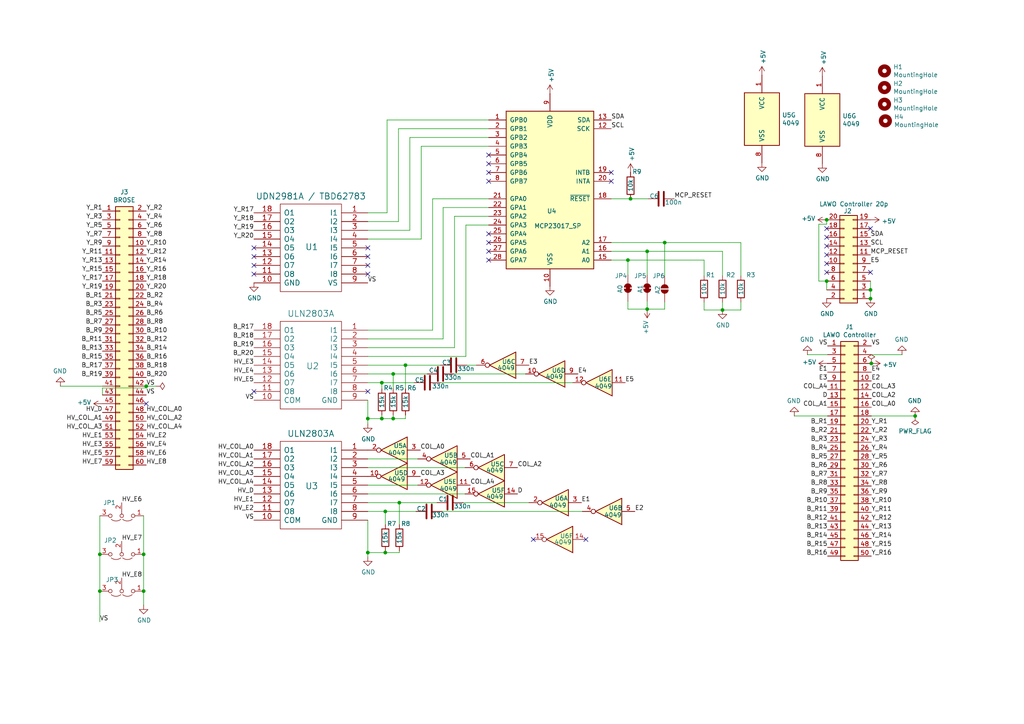
<source format=kicad_sch>
(kicad_sch (version 20250114) (generator "eeschema") (generator_version "9.0")
  (paper "A4")
  (lib_symbols
    (symbol "4xxx:4049" (pin_names (offset 1.016))
      (property "Reference" "U" (at 0 1.27 0))
      (property "Value" "4049" (at 0 -1.27 0))
      (symbol "4049_1_0"
        (pin input line (at -7.62 0 0) (length 3.81) (name "~") (number "3"))
        (pin output inverted (at 7.62 0 180) (length 3.81) (name "~") (number "2"))
      )
      (symbol "4049_2_0"
        (pin input line (at -7.62 0 0) (length 3.81) (name "~") (number "5"))
        (pin output inverted (at 7.62 0 180) (length 3.81) (name "~") (number "4"))
      )
      (symbol "4049_3_0"
        (pin input line (at -7.62 0 0) (length 3.81) (name "~") (number "7"))
        (pin output inverted (at 7.62 0 180) (length 3.81) (name "~") (number "6"))
      )
      (symbol "4049_4_0"
        (pin input line (at -7.62 0 0) (length 3.81) (name "~") (number "9"))
        (pin output inverted (at 7.62 0 180) (length 3.81) (name "~") (number "10"))
      )
      (symbol "4049_5_0"
        (pin input line (at -7.62 0 0) (length 3.81) (name "~") (number "11"))
        (pin output inverted (at 7.62 0 180) (length 3.81) (name "~") (number "12"))
      )
      (symbol "4049_6_0"
        (pin input line (at -7.62 0 0) (length 3.81) (name "~") (number "14"))
        (pin output inverted (at 7.62 0 180) (length 3.81) (name "~") (number "15"))
      )
      (symbol "4049_7_0"
        (pin power_in line (at 0 12.7 270) (length 5.08) (name "VCC") (number "1"))
        (pin power_in line (at 0 -12.7 90) (length 5.08) (name "VSS") (number "8"))
      )
    )
    (symbol "Connector_Generic:Conn_02x10_Odd_Even" (pin_names (offset 1.016) (hide yes))
      (property "Reference" "J" (at 1.27 12.7 0))
      (property "Value" "Conn_02x10_Odd_Even" (at 1.27 -15.24 0))
      (symbol "Conn_02x10_Odd_Even_1_1"
        (pin passive line (at -5.08 10.16 0) (length 3.81) (name "Pin_1") (number "1"))
        (pin passive line (at -5.08 7.62 0) (length 3.81) (name "Pin_3") (number "3"))
        (pin passive line (at -5.08 5.08 0) (length 3.81) (name "Pin_5") (number "5"))
        (pin passive line (at -5.08 2.54 0) (length 3.81) (name "Pin_7") (number "7"))
        (pin passive line (at -5.08 0 0) (length 3.81) (name "Pin_9") (number "9"))
        (pin passive line (at -5.08 -2.54 0) (length 3.81) (name "Pin_11") (number "11"))
        (pin passive line (at -5.08 -5.08 0) (length 3.81) (name "Pin_13") (number "13"))
        (pin passive line (at -5.08 -7.62 0) (length 3.81) (name "Pin_15") (number "15"))
        (pin passive line (at -5.08 -10.16 0) (length 3.81) (name "Pin_17") (number "17"))
        (pin passive line (at -5.08 -12.7 0) (length 3.81) (name "Pin_19") (number "19"))
        (pin passive line (at 7.62 10.16 180) (length 3.81) (name "Pin_2") (number "2"))
        (pin passive line (at 7.62 7.62 180) (length 3.81) (name "Pin_4") (number "4"))
        (pin passive line (at 7.62 5.08 180) (length 3.81) (name "Pin_6") (number "6"))
        (pin passive line (at 7.62 2.54 180) (length 3.81) (name "Pin_8") (number "8"))
        (pin passive line (at 7.62 0 180) (length 3.81) (name "Pin_10") (number "10"))
        (pin passive line (at 7.62 -2.54 180) (length 3.81) (name "Pin_12") (number "12"))
        (pin passive line (at 7.62 -5.08 180) (length 3.81) (name "Pin_14") (number "14"))
        (pin passive line (at 7.62 -7.62 180) (length 3.81) (name "Pin_16") (number "16"))
        (pin passive line (at 7.62 -10.16 180) (length 3.81) (name "Pin_18") (number "18"))
        (pin passive line (at 7.62 -12.7 180) (length 3.81) (name "Pin_20") (number "20"))
      )
    )
    (symbol "Connector_Generic:Conn_02x25_Odd_Even" (pin_names (offset 1.016) (hide yes))
      (property "Reference" "J" (at 1.27 33.02 0))
      (property "Value" "Conn_02x25_Odd_Even" (at 1.27 -33.02 0))
      (symbol "Conn_02x25_Odd_Even_1_1"
        (pin passive line (at -5.08 30.48 0) (length 3.81) (name "Pin_1") (number "1"))
        (pin passive line (at -5.08 27.94 0) (length 3.81) (name "Pin_3") (number "3"))
        (pin passive line (at -5.08 25.4 0) (length 3.81) (name "Pin_5") (number "5"))
        (pin passive line (at -5.08 22.86 0) (length 3.81) (name "Pin_7") (number "7"))
        (pin passive line (at -5.08 20.32 0) (length 3.81) (name "Pin_9") (number "9"))
        (pin passive line (at -5.08 17.78 0) (length 3.81) (name "Pin_11") (number "11"))
        (pin passive line (at -5.08 15.24 0) (length 3.81) (name "Pin_13") (number "13"))
        (pin passive line (at -5.08 12.7 0) (length 3.81) (name "Pin_15") (number "15"))
        (pin passive line (at -5.08 10.16 0) (length 3.81) (name "Pin_17") (number "17"))
        (pin passive line (at -5.08 7.62 0) (length 3.81) (name "Pin_19") (number "19"))
        (pin passive line (at -5.08 5.08 0) (length 3.81) (name "Pin_21") (number "21"))
        (pin passive line (at -5.08 2.54 0) (length 3.81) (name "Pin_23") (number "23"))
        (pin passive line (at -5.08 0 0) (length 3.81) (name "Pin_25") (number "25"))
        (pin passive line (at -5.08 -2.54 0) (length 3.81) (name "Pin_27") (number "27"))
        (pin passive line (at -5.08 -5.08 0) (length 3.81) (name "Pin_29") (number "29"))
        (pin passive line (at -5.08 -7.62 0) (length 3.81) (name "Pin_31") (number "31"))
        (pin passive line (at -5.08 -10.16 0) (length 3.81) (name "Pin_33") (number "33"))
        (pin passive line (at -5.08 -12.7 0) (length 3.81) (name "Pin_35") (number "35"))
        (pin passive line (at -5.08 -15.24 0) (length 3.81) (name "Pin_37") (number "37"))
        (pin passive line (at -5.08 -17.78 0) (length 3.81) (name "Pin_39") (number "39"))
        (pin passive line (at -5.08 -20.32 0) (length 3.81) (name "Pin_41") (number "41"))
        (pin passive line (at -5.08 -22.86 0) (length 3.81) (name "Pin_43") (number "43"))
        (pin passive line (at -5.08 -25.4 0) (length 3.81) (name "Pin_45") (number "45"))
        (pin passive line (at -5.08 -27.94 0) (length 3.81) (name "Pin_47") (number "47"))
        (pin passive line (at -5.08 -30.48 0) (length 3.81) (name "Pin_49") (number "49"))
        (pin passive line (at 7.62 30.48 180) (length 3.81) (name "Pin_2") (number "2"))
        (pin passive line (at 7.62 27.94 180) (length 3.81) (name "Pin_4") (number "4"))
        (pin passive line (at 7.62 25.4 180) (length 3.81) (name "Pin_6") (number "6"))
        (pin passive line (at 7.62 22.86 180) (length 3.81) (name "Pin_8") (number "8"))
        (pin passive line (at 7.62 20.32 180) (length 3.81) (name "Pin_10") (number "10"))
        (pin passive line (at 7.62 17.78 180) (length 3.81) (name "Pin_12") (number "12"))
        (pin passive line (at 7.62 15.24 180) (length 3.81) (name "Pin_14") (number "14"))
        (pin passive line (at 7.62 12.7 180) (length 3.81) (name "Pin_16") (number "16"))
        (pin passive line (at 7.62 10.16 180) (length 3.81) (name "Pin_18") (number "18"))
        (pin passive line (at 7.62 7.62 180) (length 3.81) (name "Pin_20") (number "20"))
        (pin passive line (at 7.62 5.08 180) (length 3.81) (name "Pin_22") (number "22"))
        (pin passive line (at 7.62 2.54 180) (length 3.81) (name "Pin_24") (number "24"))
        (pin passive line (at 7.62 0 180) (length 3.81) (name "Pin_26") (number "26"))
        (pin passive line (at 7.62 -2.54 180) (length 3.81) (name "Pin_28") (number "28"))
        (pin passive line (at 7.62 -5.08 180) (length 3.81) (name "Pin_30") (number "30"))
        (pin passive line (at 7.62 -7.62 180) (length 3.81) (name "Pin_32") (number "32"))
        (pin passive line (at 7.62 -10.16 180) (length 3.81) (name "Pin_34") (number "34"))
        (pin passive line (at 7.62 -12.7 180) (length 3.81) (name "Pin_36") (number "36"))
        (pin passive line (at 7.62 -15.24 180) (length 3.81) (name "Pin_38") (number "38"))
        (pin passive line (at 7.62 -17.78 180) (length 3.81) (name "Pin_40") (number "40"))
        (pin passive line (at 7.62 -20.32 180) (length 3.81) (name "Pin_42") (number "42"))
        (pin passive line (at 7.62 -22.86 180) (length 3.81) (name "Pin_44") (number "44"))
        (pin passive line (at 7.62 -25.4 180) (length 3.81) (name "Pin_46") (number "46"))
        (pin passive line (at 7.62 -27.94 180) (length 3.81) (name "Pin_48") (number "48"))
        (pin passive line (at 7.62 -30.48 180) (length 3.81) (name "Pin_50") (number "50"))
      )
    )
    (symbol "Connector_Generic:Conn_02x30_Odd_Even" (pin_names (offset 1.016) (hide yes))
      (property "Reference" "J" (at 1.27 38.1 0))
      (property "Value" "Conn_02x30_Odd_Even" (at 1.27 -40.64 0))
      (symbol "Conn_02x30_Odd_Even_1_1"
        (pin passive line (at -5.08 35.56 0) (length 3.81) (name "Pin_1") (number "1"))
        (pin passive line (at -5.08 33.02 0) (length 3.81) (name "Pin_3") (number "3"))
        (pin passive line (at -5.08 30.48 0) (length 3.81) (name "Pin_5") (number "5"))
        (pin passive line (at -5.08 27.94 0) (length 3.81) (name "Pin_7") (number "7"))
        (pin passive line (at -5.08 25.4 0) (length 3.81) (name "Pin_9") (number "9"))
        (pin passive line (at -5.08 22.86 0) (length 3.81) (name "Pin_11") (number "11"))
        (pin passive line (at -5.08 20.32 0) (length 3.81) (name "Pin_13") (number "13"))
        (pin passive line (at -5.08 17.78 0) (length 3.81) (name "Pin_15") (number "15"))
        (pin passive line (at -5.08 15.24 0) (length 3.81) (name "Pin_17") (number "17"))
        (pin passive line (at -5.08 12.7 0) (length 3.81) (name "Pin_19") (number "19"))
        (pin passive line (at -5.08 10.16 0) (length 3.81) (name "Pin_21") (number "21"))
        (pin passive line (at -5.08 7.62 0) (length 3.81) (name "Pin_23") (number "23"))
        (pin passive line (at -5.08 5.08 0) (length 3.81) (name "Pin_25") (number "25"))
        (pin passive line (at -5.08 2.54 0) (length 3.81) (name "Pin_27") (number "27"))
        (pin passive line (at -5.08 0 0) (length 3.81) (name "Pin_29") (number "29"))
        (pin passive line (at -5.08 -2.54 0) (length 3.81) (name "Pin_31") (number "31"))
        (pin passive line (at -5.08 -5.08 0) (length 3.81) (name "Pin_33") (number "33"))
        (pin passive line (at -5.08 -7.62 0) (length 3.81) (name "Pin_35") (number "35"))
        (pin passive line (at -5.08 -10.16 0) (length 3.81) (name "Pin_37") (number "37"))
        (pin passive line (at -5.08 -12.7 0) (length 3.81) (name "Pin_39") (number "39"))
        (pin passive line (at -5.08 -15.24 0) (length 3.81) (name "Pin_41") (number "41"))
        (pin passive line (at -5.08 -17.78 0) (length 3.81) (name "Pin_43") (number "43"))
        (pin passive line (at -5.08 -20.32 0) (length 3.81) (name "Pin_45") (number "45"))
        (pin passive line (at -5.08 -22.86 0) (length 3.81) (name "Pin_47") (number "47"))
        (pin passive line (at -5.08 -25.4 0) (length 3.81) (name "Pin_49") (number "49"))
        (pin passive line (at -5.08 -27.94 0) (length 3.81) (name "Pin_51") (number "51"))
        (pin passive line (at -5.08 -30.48 0) (length 3.81) (name "Pin_53") (number "53"))
        (pin passive line (at -5.08 -33.02 0) (length 3.81) (name "Pin_55") (number "55"))
        (pin passive line (at -5.08 -35.56 0) (length 3.81) (name "Pin_57") (number "57"))
        (pin passive line (at -5.08 -38.1 0) (length 3.81) (name "Pin_59") (number "59"))
        (pin passive line (at 7.62 35.56 180) (length 3.81) (name "Pin_2") (number "2"))
        (pin passive line (at 7.62 33.02 180) (length 3.81) (name "Pin_4") (number "4"))
        (pin passive line (at 7.62 30.48 180) (length 3.81) (name "Pin_6") (number "6"))
        (pin passive line (at 7.62 27.94 180) (length 3.81) (name "Pin_8") (number "8"))
        (pin passive line (at 7.62 25.4 180) (length 3.81) (name "Pin_10") (number "10"))
        (pin passive line (at 7.62 22.86 180) (length 3.81) (name "Pin_12") (number "12"))
        (pin passive line (at 7.62 20.32 180) (length 3.81) (name "Pin_14") (number "14"))
        (pin passive line (at 7.62 17.78 180) (length 3.81) (name "Pin_16") (number "16"))
        (pin passive line (at 7.62 15.24 180) (length 3.81) (name "Pin_18") (number "18"))
        (pin passive line (at 7.62 12.7 180) (length 3.81) (name "Pin_20") (number "20"))
        (pin passive line (at 7.62 10.16 180) (length 3.81) (name "Pin_22") (number "22"))
        (pin passive line (at 7.62 7.62 180) (length 3.81) (name "Pin_24") (number "24"))
        (pin passive line (at 7.62 5.08 180) (length 3.81) (name "Pin_26") (number "26"))
        (pin passive line (at 7.62 2.54 180) (length 3.81) (name "Pin_28") (number "28"))
        (pin passive line (at 7.62 0 180) (length 3.81) (name "Pin_30") (number "30"))
        (pin passive line (at 7.62 -2.54 180) (length 3.81) (name "Pin_32") (number "32"))
        (pin passive line (at 7.62 -5.08 180) (length 3.81) (name "Pin_34") (number "34"))
        (pin passive line (at 7.62 -7.62 180) (length 3.81) (name "Pin_36") (number "36"))
        (pin passive line (at 7.62 -10.16 180) (length 3.81) (name "Pin_38") (number "38"))
        (pin passive line (at 7.62 -12.7 180) (length 3.81) (name "Pin_40") (number "40"))
        (pin passive line (at 7.62 -15.24 180) (length 3.81) (name "Pin_42") (number "42"))
        (pin passive line (at 7.62 -17.78 180) (length 3.81) (name "Pin_44") (number "44"))
        (pin passive line (at 7.62 -20.32 180) (length 3.81) (name "Pin_46") (number "46"))
        (pin passive line (at 7.62 -22.86 180) (length 3.81) (name "Pin_48") (number "48"))
        (pin passive line (at 7.62 -25.4 180) (length 3.81) (name "Pin_50") (number "50"))
        (pin passive line (at 7.62 -27.94 180) (length 3.81) (name "Pin_52") (number "52"))
        (pin passive line (at 7.62 -30.48 180) (length 3.81) (name "Pin_54") (number "54"))
        (pin passive line (at 7.62 -33.02 180) (length 3.81) (name "Pin_56") (number "56"))
        (pin passive line (at 7.62 -35.56 180) (length 3.81) (name "Pin_58") (number "58"))
        (pin passive line (at 7.62 -38.1 180) (length 3.81) (name "Pin_60") (number "60"))
      )
    )
    (symbol "Device:C" (pin_numbers (hide yes)) (pin_names (offset 0.254))
      (property "Reference" "C" (at 0.635 2.54 0))
      (property "Value" "C" (at 0.635 -2.54 0))
      (symbol "C_1_1"
        (pin passive line (at 0 3.81 270) (length 2.794) (name "~") (number "1"))
        (pin passive line (at 0 -3.81 90) (length 2.794) (name "~") (number "2"))
      )
    )
    (symbol "Device:R" (pin_numbers (hide yes)) (pin_names (offset 0))
      (property "Reference" "R" (at 2.032 0 90))
      (property "Value" "R" (at 0 0 90))
      (symbol "R_1_1"
        (pin passive line (at 0 3.81 270) (length 1.27) (name "~") (number "1"))
        (pin passive line (at 0 -3.81 90) (length 1.27) (name "~") (number "2"))
      )
    )
    (symbol "Interface_Expansion:MCP23017_SP" (pin_names (offset 1.016))
      (property "Reference" "U" (at -11.43 24.13 0))
      (property "Value" "MCP23017_SP" (at 0 0 0))
      (symbol "MCP23017_SP_1_1"
        (pin bidirectional line (at -17.78 20.32 0) (length 5.08) (name "SDA") (number "13"))
        (pin input line (at -17.78 17.78 0) (length 5.08) (name "SCK") (number "12"))
        (pin tri_state line (at -17.78 5.08 0) (length 5.08) (name "INTB") (number "19"))
        (pin tri_state line (at -17.78 2.54 0) (length 5.08) (name "INTA") (number "20"))
        (pin input line (at -17.78 -2.54 0) (length 5.08) (name "~{RESET}") (number "18"))
        (pin input line (at -17.78 -15.24 0) (length 5.08) (name "A2") (number "17"))
        (pin input line (at -17.78 -17.78 0) (length 5.08) (name "A1") (number "16"))
        (pin input line (at -17.78 -20.32 0) (length 5.08) (name "A0") (number "15"))
        (pin no_connect line (at -12.7 15.24 0) (length 5.08) (hide yes) (name "NC") (number "11"))
        (pin no_connect line (at -12.7 12.7 0) (length 5.08) (hide yes) (name "NC") (number "14"))
        (pin power_in line (at 0 27.94 270) (length 5.08) (name "VDD") (number "9"))
        (pin power_in line (at 0 -27.94 90) (length 5.08) (name "VSS") (number "10"))
        (pin bidirectional line (at 17.78 20.32 180) (length 5.08) (name "GPB0") (number "1"))
        (pin bidirectional line (at 17.78 17.78 180) (length 5.08) (name "GPB1") (number "2"))
        (pin bidirectional line (at 17.78 15.24 180) (length 5.08) (name "GPB2") (number "3"))
        (pin bidirectional line (at 17.78 12.7 180) (length 5.08) (name "GPB3") (number "4"))
        (pin bidirectional line (at 17.78 10.16 180) (length 5.08) (name "GPB4") (number "5"))
        (pin bidirectional line (at 17.78 7.62 180) (length 5.08) (name "GPB5") (number "6"))
        (pin bidirectional line (at 17.78 5.08 180) (length 5.08) (name "GPB6") (number "7"))
        (pin output line (at 17.78 2.54 180) (length 5.08) (name "GPB7") (number "8"))
        (pin bidirectional line (at 17.78 -2.54 180) (length 5.08) (name "GPA0") (number "21"))
        (pin bidirectional line (at 17.78 -5.08 180) (length 5.08) (name "GPA1") (number "22"))
        (pin bidirectional line (at 17.78 -7.62 180) (length 5.08) (name "GPA2") (number "23"))
        (pin bidirectional line (at 17.78 -10.16 180) (length 5.08) (name "GPA3") (number "24"))
        (pin bidirectional line (at 17.78 -12.7 180) (length 5.08) (name "GPA4") (number "25"))
        (pin bidirectional line (at 17.78 -15.24 180) (length 5.08) (name "GPA5") (number "26"))
        (pin bidirectional line (at 17.78 -17.78 180) (length 5.08) (name "GPA6") (number "27"))
        (pin output line (at 17.78 -20.32 180) (length 5.08) (name "GPA7") (number "28"))
      )
    )
    (symbol "Jumper:Jumper_3_Open" (pin_names (offset 0) (hide yes)) (in_bom no)
      (property "Reference" "JP" (at -2.54 -2.54 0))
      (property "Value" "Jumper_3_Open" (at 0 2.794 0))
      (symbol "Jumper_3_Open_1_1"
        (pin passive line (at -6.35 0 0) (length 2.54) (name "A") (number "1"))
        (pin passive line (at 0 -3.81 90) (length 2.54) (name "C") (number "2"))
        (pin passive line (at 6.35 0 180) (length 2.54) (name "B") (number "3"))
      )
    )
    (symbol "Jumper:SolderJumper_2_Bridged" (pin_numbers (hide yes)) (pin_names (offset 0) (hide yes)) (in_bom no)
      (property "Reference" "JP" (at 0 2.032 0))
      (property "Value" "SolderJumper_2_Bridged" (at 0 -2.54 0))
      (symbol "SolderJumper_2_Bridged_1_1"
        (pin passive line (at -3.81 0 0) (length 2.54) (name "A") (number "1"))
        (pin passive line (at 3.81 0 180) (length 2.54) (name "B") (number "2"))
      )
    )
    (symbol "Jumper:SolderJumper_2_Open" (pin_numbers (hide yes)) (pin_names (offset 0) (hide yes)) (in_bom no)
      (property "Reference" "JP" (at 0 2.032 0))
      (property "Value" "SolderJumper_2_Open" (at 0 -2.54 0))
      (symbol "SolderJumper_2_Open_1_1"
        (pin passive line (at -3.81 0 0) (length 2.54) (name "A") (number "1"))
        (pin passive line (at 3.81 0 180) (length 2.54) (name "B") (number "2"))
      )
    )
    (symbol "LAWO_ESP32-rescue:GND" (power) (pin_names (offset 0))
      (property "Value" "GND" (at 0 -3.81 0))
      (symbol "GND_1_1"
        (pin power_in line (at 0 0 270) (length 0) (hide yes) (name "GND") (number "1"))
      )
    )
    (symbol "LAWO_ESP32-rescue:UDN2981A" (pin_names (offset 1.016))
      (property "Reference" "U" (at 0 9.525 0))
      (property "Value" "UDN2981A" (at 0 -2.54 90))
      (symbol "UDN2981A_1_1"
        (pin input line (at -16.51 10.16 0) (length 7.62) (name "I1") (number "1"))
        (pin input line (at -16.51 7.62 0) (length 7.62) (name "I2") (number "2"))
        (pin input line (at -16.51 5.08 0) (length 7.62) (name "I3") (number "3"))
        (pin input line (at -16.51 2.54 0) (length 7.62) (name "I4") (number "4"))
        (pin input line (at -16.51 0 0) (length 7.62) (name "I5") (number "5"))
        (pin input line (at -16.51 -2.54 0) (length 7.62) (name "I6") (number "6"))
        (pin input line (at -16.51 -5.08 0) (length 7.62) (name "I7") (number "7"))
        (pin input line (at -16.51 -7.62 0) (length 7.62) (name "I8") (number "8"))
        (pin power_in line (at -16.51 -10.16 0) (length 7.62) (name "VS") (number "9"))
        (pin open_collector line (at 16.51 10.16 180) (length 7.62) (name "O1") (number "18"))
        (pin open_collector line (at 16.51 7.62 180) (length 7.62) (name "O2") (number "17"))
        (pin open_collector line (at 16.51 5.08 180) (length 7.62) (name "O3") (number "16"))
        (pin open_collector line (at 16.51 2.54 180) (length 7.62) (name "O4") (number "15"))
        (pin open_collector line (at 16.51 0 180) (length 7.62) (name "O5") (number "14"))
        (pin open_collector line (at 16.51 -2.54 180) (length 7.62) (name "O6") (number "13"))
        (pin open_collector line (at 16.51 -5.08 180) (length 7.62) (name "O7") (number "12"))
        (pin open_collector line (at 16.51 -7.62 180) (length 7.62) (name "O8") (number "11"))
        (pin power_in line (at 16.51 -10.16 180) (length 7.62) (name "GND") (number "10"))
      )
    )
    (symbol "LAWO_ESP32-rescue:ULN2803A" (pin_names (offset 1.016))
      (property "Reference" "U" (at 0 9.525 0))
      (property "Value" "ULN2803A" (at 0 -2.54 90))
      (symbol "ULN2803A_1_1"
        (pin input line (at -16.51 10.16 0) (length 7.62) (name "I1") (number "1"))
        (pin input line (at -16.51 7.62 0) (length 7.62) (name "I2") (number "2"))
        (pin input line (at -16.51 5.08 0) (length 7.62) (name "I3") (number "3"))
        (pin input line (at -16.51 2.54 0) (length 7.62) (name "I4") (number "4"))
        (pin input line (at -16.51 0 0) (length 7.62) (name "I5") (number "5"))
        (pin input line (at -16.51 -2.54 0) (length 7.62) (name "I6") (number "6"))
        (pin input line (at -16.51 -5.08 0) (length 7.62) (name "I7") (number "7"))
        (pin input line (at -16.51 -7.62 0) (length 7.62) (name "I8") (number "8"))
        (pin power_in line (at -16.51 -10.16 0) (length 7.62) (name "GND") (number "9"))
        (pin open_collector line (at 16.51 10.16 180) (length 7.62) (name "O1") (number "18"))
        (pin open_collector line (at 16.51 7.62 180) (length 7.62) (name "O2") (number "17"))
        (pin open_collector line (at 16.51 5.08 180) (length 7.62) (name "O3") (number "16"))
        (pin open_collector line (at 16.51 2.54 180) (length 7.62) (name "O4") (number "15"))
        (pin open_collector line (at 16.51 0 180) (length 7.62) (name "O5") (number "14"))
        (pin open_collector line (at 16.51 -2.54 180) (length 7.62) (name "O6") (number "13"))
        (pin open_collector line (at 16.51 -5.08 180) (length 7.62) (name "O7") (number "12"))
        (pin open_collector line (at 16.51 -7.62 180) (length 7.62) (name "O8") (number "11"))
        (pin input line (at 16.51 -10.16 180) (length 7.62) (name "COM") (number "10"))
      )
    )
    (symbol "Mechanical:MountingHole" (pin_names (offset 1.016)) (in_bom no)
      (property "Reference" "H" (at 0 5.08 0))
      (property "Value" "MountingHole" (at 0 3.175 0))
    )
    (symbol "power:+5V" (power) (pin_numbers (hide yes)) (pin_names (offset 0) (hide yes))
      (property "Value" "+5V" (at 0 3.556 0))
      (symbol "+5V_1_1"
        (pin power_in line (at 0 0 90) (length 0) (name "~") (number "1"))
      )
    )
    (symbol "power:GND" (power) (pin_numbers (hide yes)) (pin_names (offset 0) (hide yes))
      (property "Value" "GND" (at 0 -3.81 0))
      (symbol "GND_1_1"
        (pin power_in line (at 0 0 270) (length 0) (name "~") (number "1"))
      )
    )
    (symbol "power:PWR_FLAG" (power) (pin_numbers (hide yes)) (pin_names (offset 0) (hide yes))
      (property "Value" "PWR_FLAG" (at 0 3.81 0))
      (symbol "PWR_FLAG_0_0"
        (pin power_out line (at 0 0 90) (length 0) (name "~") (number "1"))
      )
    )
  )
  (junction (at 110.744 110.998))
  (junction (at 111.76 148.336))
  (junction (at 110.744 121.412))
  (junction (at 41.656 160.782))
  (junction (at 192.786 70.358))
  (junction (at 28.956 160.782))
  (junction (at 182.118 75.438))
  (junction (at 106.68 160.274))
  (junction (at 265.43 120.65))
  (junction (at 114.046 108.458))
  (junction (at 111.76 160.274))
  (junction (at 209.55 89.916))
  (junction (at 106.68 121.412))
  (junction (at 41.656 171.45))
  (junction (at 187.706 89.662))
  (junction (at 115.824 145.796))
  (junction (at 252.476 84.074))
  (junction (at 28.956 171.45))
  (junction (at 187.706 72.898))
  (junction (at 117.602 105.918))
  (junction (at 114.046 121.412))
  (junction (at 239.776 81.534))
  (junction (at 239.776 63.754))
  (junction (at 182.88 57.658))
  (junction (at 252.73 105.41))
  (junction (at 42.418 112.014))
  (junction (at 252.476 86.614))
  (no_connect (at 239.776 76.454))
  (no_connect (at 141.732 67.818))
  (no_connect (at 239.776 71.374))
  (no_connect (at 141.732 50.038))
  (no_connect (at 106.68 71.882))
  (no_connect (at 73.66 74.422))
  (no_connect (at 141.732 52.578))
  (no_connect (at 141.732 75.438))
  (no_connect (at 239.776 73.914))
  (no_connect (at 106.68 74.422))
  (no_connect (at 239.776 68.834))
  (no_connect (at 42.418 117.094))
  (no_connect (at 73.66 76.962))
  (no_connect (at 106.68 76.962))
  (no_connect (at 106.68 79.502))
  (no_connect (at 73.66 79.502))
  (no_connect (at 169.926 156.464))
  (no_connect (at 154.686 156.464))
  (no_connect (at 141.732 70.358))
  (no_connect (at 73.66 113.538))
  (no_connect (at 73.66 71.882))
  (no_connect (at 177.292 52.578))
  (no_connect (at 252.476 78.994))
  (no_connect (at 141.732 47.498))
  (no_connect (at 252.476 66.294))
  (no_connect (at 141.732 72.898))
  (no_connect (at 239.776 66.294))
  (no_connect (at 239.776 78.994))
  (no_connect (at 177.292 50.038))
  (no_connect (at 141.732 44.958))
  (no_connect (at 106.68 113.538))
  (wire (pts (xy 141.732 39.878) (xy 118.872 39.878)))
  (wire (pts (xy 106.68 140.716) (xy 121.158 140.716)))
  (wire (pts (xy 252.476 84.074) (xy 252.476 86.614)))
  (wire (pts (xy 141.732 62.738) (xy 131.826 62.738)))
  (wire (pts (xy 106.68 108.458) (xy 114.046 108.458)))
  (wire (pts (xy 214.884 87.63) (xy 214.884 89.916)))
  (wire (pts (xy 106.68 110.998) (xy 110.744 110.998)))
  (wire (pts (xy 192.786 70.358) (xy 192.786 80.01)))
  (wire (pts (xy 106.68 105.918) (xy 117.602 105.918)))
  (wire (pts (xy 122.174 42.418) (xy 141.732 42.418)))
  (wire (pts (xy 106.68 150.876) (xy 106.68 160.274)))
  (wire (pts (xy 110.744 120.396) (xy 110.744 121.412)))
  (wire (pts (xy 237.49 81.534) (xy 237.49 65.024)))
  (wire (pts (xy 28.956 160.782) (xy 28.956 171.45)))
  (wire (pts (xy 29.718 114.554) (xy 29.718 112.522)))
  (wire (pts (xy 29.718 112.522) (xy 42.418 112.522)))
  (wire (pts (xy 114.046 120.396) (xy 114.046 121.412)))
  (wire (pts (xy 125.476 95.758) (xy 106.68 95.758)))
  (wire (pts (xy 28.956 171.45) (xy 28.956 180.34)))
  (wire (pts (xy 182.118 75.438) (xy 182.118 79.756)))
  (wire (pts (xy 41.656 171.45) (xy 41.656 175.514)))
  (wire (pts (xy 112.268 34.798) (xy 141.732 34.798)))
  (wire (pts (xy 106.68 121.412) (xy 106.68 122.936)))
  (wire (pts (xy 177.292 72.898) (xy 187.706 72.898)))
  (wire (pts (xy 110.744 121.412) (xy 106.68 121.412)))
  (wire (pts (xy 134.366 145.796) (xy 153.416 145.796)))
  (wire (pts (xy 252.73 102.87) (xy 261.62 102.87)))
  (wire (pts (xy 209.55 72.898) (xy 187.706 72.898)))
  (wire (pts (xy 131.826 62.738) (xy 131.826 100.838)))
  (wire (pts (xy 122.174 69.342) (xy 122.174 42.418)))
  (wire (pts (xy 118.872 66.802) (xy 106.68 66.802)))
  (wire (pts (xy 114.046 121.412) (xy 110.744 121.412)))
  (wire (pts (xy 128.524 60.198) (xy 141.732 60.198)))
  (wire (pts (xy 204.216 89.916) (xy 209.55 89.916)))
  (wire (pts (xy 128.27 148.336) (xy 168.91 148.336)))
  (wire (pts (xy 42.418 112.522) (xy 42.418 112.014)))
  (wire (pts (xy 177.292 70.358) (xy 192.786 70.358)))
  (wire (pts (xy 106.68 64.262) (xy 115.57 64.262)))
  (wire (pts (xy 45.212 112.014) (xy 42.418 112.014)))
  (wire (pts (xy 240.03 120.65) (xy 230.378 120.65)))
  (wire (pts (xy 135.128 65.278) (xy 141.732 65.278)))
  (wire (pts (xy 252.73 120.65) (xy 265.43 120.65)))
  (wire (pts (xy 106.68 116.078) (xy 106.68 121.412)))
  (wire (pts (xy 106.68 98.298) (xy 128.524 98.298)))
  (wire (pts (xy 177.292 75.438) (xy 182.118 75.438)))
  (wire (pts (xy 239.776 84.074) (xy 239.776 81.534)))
  (wire (pts (xy 237.49 65.024) (xy 239.776 65.024)))
  (wire (pts (xy 106.68 145.796) (xy 115.824 145.796)))
  (wire (pts (xy 192.786 89.662) (xy 187.706 89.662)))
  (wire (pts (xy 106.68 61.722) (xy 112.268 61.722)))
  (wire (pts (xy 135.382 105.918) (xy 138.176 105.918)))
  (wire (pts (xy 214.884 80.01) (xy 214.884 70.358)))
  (wire (pts (xy 112.268 61.722) (xy 112.268 34.798)))
  (wire (pts (xy 131.572 108.458) (xy 152.4 108.458)))
  (wire (pts (xy 106.68 143.256) (xy 134.874 143.256)))
  (wire (pts (xy 115.824 159.766) (xy 115.824 160.274)))
  (wire (pts (xy 239.776 65.024) (xy 239.776 63.754)))
  (wire (pts (xy 182.118 89.662) (xy 187.706 89.662)))
  (wire (pts (xy 214.884 70.358) (xy 192.786 70.358)))
  (wire (pts (xy 115.57 64.262) (xy 115.57 37.338)))
  (wire (pts (xy 115.57 37.338) (xy 141.732 37.338)))
  (wire (pts (xy 28.956 149.606) (xy 28.956 160.782)))
  (wire (pts (xy 110.744 110.998) (xy 110.744 112.776)))
  (wire (pts (xy 17.526 112.014) (xy 29.718 112.014)))
  (wire (pts (xy 234.188 102.87) (xy 240.03 102.87)))
  (wire (pts (xy 125.476 57.658) (xy 125.476 95.758)))
  (wire (pts (xy 118.872 39.878) (xy 118.872 66.802)))
  (wire (pts (xy 204.216 80.01) (xy 204.216 75.438)))
  (wire (pts (xy 115.824 145.796) (xy 126.746 145.796)))
  (wire (pts (xy 239.776 81.534) (xy 237.49 81.534)))
  (wire (pts (xy 41.656 149.606) (xy 41.656 160.782)))
  (wire (pts (xy 182.118 87.376) (xy 182.118 89.662)))
  (wire (pts (xy 131.826 100.838) (xy 106.68 100.838)))
  (wire (pts (xy 204.216 87.63) (xy 204.216 89.916)))
  (wire (pts (xy 117.602 120.396) (xy 117.602 121.412)))
  (wire (pts (xy 123.952 108.458) (xy 114.046 108.458)))
  (wire (pts (xy 204.216 75.438) (xy 182.118 75.438)))
  (wire (pts (xy 187.706 89.662) (xy 187.706 87.376)))
  (wire (pts (xy 115.824 160.274) (xy 111.76 160.274)))
  (wire (pts (xy 106.68 135.636) (xy 134.874 135.636)))
  (wire (pts (xy 209.55 89.916) (xy 209.55 87.63)))
  (wire (pts (xy 106.68 69.342) (xy 122.174 69.342)))
  (wire (pts (xy 106.68 148.336) (xy 111.76 148.336)))
  (wire (pts (xy 111.76 148.336) (xy 111.76 152.146)))
  (wire (pts (xy 106.68 160.274) (xy 106.68 161.544)))
  (wire (pts (xy 209.55 80.01) (xy 209.55 72.898)))
  (wire (pts (xy 192.786 87.63) (xy 192.786 89.662)))
  (wire (pts (xy 117.602 105.918) (xy 117.602 112.776)))
  (wire (pts (xy 115.824 145.796) (xy 115.824 152.146)))
  (wire (pts (xy 41.656 160.782) (xy 41.656 171.45)))
  (wire (pts (xy 111.76 159.766) (xy 111.76 160.274)))
  (wire (pts (xy 127.762 110.998) (xy 166.116 110.998)))
  (wire (pts (xy 106.68 133.096) (xy 121.158 133.096)))
  (wire (pts (xy 128.524 98.298) (xy 128.524 60.198)))
  (wire (pts (xy 114.046 108.458) (xy 114.046 112.776)))
  (wire (pts (xy 110.744 110.998) (xy 120.142 110.998)))
  (wire (pts (xy 106.68 103.378) (xy 135.128 103.378)))
  (wire (pts (xy 135.128 103.378) (xy 135.128 65.278)))
  (wire (pts (xy 127.762 105.918) (xy 117.602 105.918)))
  (wire (pts (xy 117.602 121.412) (xy 114.046 121.412)))
  (wire (pts (xy 214.884 89.916) (xy 209.55 89.916)))
  (wire (pts (xy 111.76 160.274) (xy 106.68 160.274)))
  (wire (pts (xy 252.476 81.534) (xy 252.476 84.074)))
  (wire (pts (xy 187.706 72.898) (xy 187.706 79.756)))
  (wire (pts (xy 111.76 148.336) (xy 120.65 148.336)))
  (wire (pts (xy 182.88 57.658) (xy 187.96 57.658)))
  (wire (pts (xy 177.292 57.658) (xy 182.88 57.658)))
  (wire (pts (xy 141.732 57.658) (xy 125.476 57.658)))
  (label "Y_R18" (at 42.418 81.534 0))
  (label "Y_R11" (at 252.73 148.59 0))
  (label "VS" (at 42.418 112.014 0))
  (label "B_R4" (at 42.418 89.154 0))
  (label "MCP_RESET" (at 195.58 57.658 0))
  (label "HV_E3" (at 29.718 129.794 180))
  (label "HV_E8" (at 42.418 134.874 0))
  (label "B_R8" (at 240.03 140.97 180))
  (label "Y_R17" (at 73.66 61.722 180))
  (label "HV_E1" (at 73.66 145.796 180))
  (label "D" (at 240.03 115.57 180))
  (label "SCL" (at 177.292 37.338 0))
  (label "COL_A3" (at 121.92 138.176 0))
  (label "B_R10" (at 240.03 146.05 180))
  (label "B_R3" (at 29.718 89.154 180))
  (label "Y_R9" (at 252.73 143.51 0))
  (label "B_R14" (at 240.03 156.21 180))
  (label "SCL" (at 252.476 71.374 0))
  (label "E2" (at 252.73 110.49 0))
  (label "HV_COL_A0" (at 42.418 119.634 0))
  (label "B_R16" (at 240.03 161.29 180))
  (label "HV_E2" (at 42.418 127.254 0))
  (label "HV_COL_A0" (at 73.66 130.556 180))
  (label "Y_R9" (at 29.718 71.374 180))
  (label "B_R9" (at 240.03 143.51 180))
  (label "HV_D" (at 73.66 143.256 180))
  (label "Y_R15" (at 29.718 78.994 180))
  (label "HV_E5" (at 73.66 110.998 180))
  (label "B_R18" (at 42.418 106.934 0))
  (label "Y_R1" (at 29.718 61.214 180))
  (label "Y_R6" (at 42.418 66.294 0))
  (label "Y_R5" (at 29.718 66.294 180))
  (label "VS" (at 252.73 100.33 0))
  (label "COL_A1" (at 136.398 133.096 0))
  (label "HV_COL_A3" (at 73.66 138.176 180))
  (label "B_R19" (at 73.66 100.838 180))
  (label "B_R2" (at 42.418 86.614 0))
  (label "B_R3" (at 240.03 128.27 180))
  (label "B_R7" (at 240.03 138.43 180))
  (label "Y_R11" (at 29.718 73.914 180))
  (label "Y_R6" (at 252.73 135.89 0))
  (label "HV_COL_A4" (at 73.66 140.716 180))
  (label "E2" (at 184.15 148.336 0))
  (label "Y_R7" (at 29.718 68.834 180))
  (label "COL_A0" (at 121.92 130.556 0))
  (label "E3" (at 153.416 105.918 0))
  (label "B_R14" (at 42.418 101.854 0))
  (label "B_R4" (at 240.03 130.81 180))
  (label "VS" (at 28.956 180.34 0))
  (label "Y_R5" (at 252.73 133.35 0))
  (label "B_R12" (at 42.418 99.314 0))
  (label "B_R13" (at 240.03 153.67 180))
  (label "B_R8" (at 42.418 94.234 0))
  (label "Y_R20" (at 42.418 84.074 0))
  (label "VS" (at 42.418 114.554 0))
  (label "HV_E2" (at 73.66 148.336 180))
  (label "COL_A2" (at 252.73 115.57 0))
  (label "B_R6" (at 240.03 135.89 180))
  (label "B_R19" (at 29.718 109.474 180))
  (label "Y_R14" (at 252.73 156.21 0))
  (label "B_R2" (at 240.03 125.73 180))
  (label "B_R15" (at 29.718 104.394 180))
  (label "VS" (at 73.66 116.078 180))
  (label "Y_R10" (at 42.418 71.374 0))
  (label "HV_E4" (at 42.418 129.794 0))
  (label "Y_R19" (at 29.718 84.074 180))
  (label "COL_A3" (at 252.73 113.03 0))
  (label "COL_A4" (at 136.398 140.716 0))
  (label "Y_R16" (at 42.418 78.994 0))
  (label "B_R7" (at 29.718 94.234 180))
  (label "D" (at 150.114 143.256 0))
  (label "HV_E6" (at 42.418 132.334 0))
  (label "B_R11" (at 29.718 99.314 180))
  (label "B_R20" (at 42.418 109.474 0))
  (label "B_R16" (at 42.418 104.394 0))
  (label "Y_R3" (at 29.718 63.754 180))
  (label "COL_A4" (at 240.03 113.03 180))
  (label "B_R9" (at 29.718 96.774 180))
  (label "B_R13" (at 29.718 101.854 180))
  (label "Y_R8" (at 42.418 68.834 0))
  (label "B_R1" (at 240.03 123.19 180))
  (label "Y_R7" (at 252.73 138.43 0))
  (label "E1" (at 168.656 145.796 0))
  (label "HV_E7" (at 29.718 134.874 180))
  (label "Y_R16" (at 252.73 161.29 0))
  (label "B_R20" (at 73.66 103.378 180))
  (label "HV_E4" (at 73.66 108.458 180))
  (label "Y_R4" (at 252.73 130.81 0))
  (label "SDA" (at 252.476 68.834 0))
  (label "SDA" (at 177.292 34.798 0))
  (label "B_R15" (at 240.03 158.75 180))
  (label "E1" (at 240.03 107.95 180))
  (label "Y_R18" (at 73.66 64.262 180))
  (label "COL_A0" (at 252.73 118.11 0))
  (label "E3" (at 240.03 110.49 180))
  (label "HV_E3" (at 73.66 105.918 180))
  (label "MCP_RESET" (at 252.476 73.914 0))
  (label "B_R6" (at 42.418 91.694 0))
  (label "B_R12" (at 240.03 151.13 180))
  (label "B_R10" (at 42.418 96.774 0))
  (label "COL_A2" (at 150.114 135.636 0))
  (label "Y_R3" (at 252.73 128.27 0))
  (label "E4" (at 167.64 108.458 0))
  (label "HV_E7" (at 35.306 156.972 0))
  (label "B_R17" (at 29.718 106.934 180))
  (label "B_R1" (at 29.718 86.614 180))
  (label "HV_D" (at 29.718 119.634 180))
  (label "B_R5" (at 29.718 91.694 180))
  (label "Y_R12" (at 42.418 73.914 0))
  (label "Y_R15" (at 252.73 158.75 0))
  (label "Y_R2" (at 42.418 61.214 0))
  (label "E5" (at 181.356 110.998 0))
  (label "VS" (at 73.66 150.876 180))
  (label "Y_R20" (at 73.66 69.342 180))
  (label "B_R18" (at 73.66 98.298 180))
  (label "Y_R10" (at 252.73 146.05 0))
  (label "HV_COL_A4" (at 42.418 124.714 0))
  (label "E4" (at 252.73 107.95 0))
  (label "HV_E8" (at 35.306 167.64 0))
  (label "Y_R14" (at 42.418 76.454 0))
  (label "Y_R4" (at 42.418 63.754 0))
  (label "Y_R17" (at 29.718 81.534 180))
  (label "HV_COL_A2" (at 73.66 135.636 180))
  (label "B_R17" (at 73.66 95.758 180))
  (label "HV_E5" (at 29.718 132.334 180))
  (label "Y_R12" (at 252.73 151.13 0))
  (label "HV_COL_A1" (at 29.718 122.174 180))
  (label "E5" (at 252.476 76.454 0))
  (label "HV_COL_A2" (at 42.418 122.174 0))
  (label "HV_E6" (at 35.306 145.796 0))
  (label "Y_R8" (at 252.73 140.97 0))
  (label "Y_R13" (at 29.718 76.454 180))
  (label "B_R11" (at 240.03 148.59 180))
  (label "HV_COL_A3" (at 29.718 124.714 180))
  (label "HV_COL_A1" (at 73.66 133.096 180))
  (label "VS" (at 240.03 100.33 180))
  (label "COL_A1" (at 240.03 118.11 180))
  (label "Y_R13" (at 252.73 153.67 0))
  (label "VS" (at 106.68 82.042 0))
  (label "Y_R2" (at 252.73 125.73 0))
  (label "Y_R1" (at 252.73 123.19 0))
  (label "HV_E1" (at 29.718 127.254 180))
  (label "B_R5" (at 240.03 133.35 180))
  (label "Y_R19" (at 73.66 66.802 180))
  (symbol (lib_id "Connector_Generic:Conn_02x25_Odd_Even") (at 245.11 130.81 0) (unit 1)
    (property "Reference" "J1" (at 246.38 94.8182 0))
    (property "Value" "LAWO Controller" (at 246.38 97.1296 0))
    (property "Footprint" "Connector_IDC:IDC-Header_2x25_P2.54mm_Vertical" (effects (hide yes)))
  )
  (symbol (lib_id "power:GND") (at 234.188 102.87 180) (unit 1)
    (property "Reference" "#PWR08" (effects (hide yes)))
    (property "Value" "GND" (at 234.061 98.4758 0))
  )
  (symbol (lib_id "power:GND") (at 261.62 102.87 180) (unit 1)
    (property "Reference" "#PWR013" (effects (hide yes)))
    (property "Value" "GND" (at 261.493 98.4758 0))
  )
  (symbol (lib_id "power:+5V") (at 240.03 105.41 90) (unit 1)
    (property "Reference" "#PWR09" (effects (hide yes)))
    (property "Value" "+5V" (at 236.7788 105.029 90) (effects (justify left)))
  )
  (symbol (lib_id "power:+5V") (at 252.73 105.41 270) (unit 1)
    (property "Reference" "#PWR012" (effects (hide yes)))
    (property "Value" "+5V" (at 255.9812 105.791 90) (effects (justify left)))
  )
  (symbol (lib_id "power:GND") (at 265.43 120.65 180) (unit 1)
    (property "Reference" "#PWR014" (effects (hide yes)))
    (property "Value" "GND" (at 265.303 116.2558 0))
  )
  (symbol (lib_id "power:GND") (at 230.378 120.65 180) (unit 1)
    (property "Reference" "#PWR07" (effects (hide yes)))
    (property "Value" "GND" (at 230.251 116.2558 0))
  )
  (symbol (lib_id "Mechanical:MountingHole") (at 256.794 35.052 0) (unit 1)
    (property "Reference" "H4" (at 259.334 33.8836 0) (effects (justify left)))
    (property "Value" "MountingHole" (at 259.334 36.195 0) (effects (justify left)))
    (property "Footprint" "Connect:1pin" (effects (hide yes)))
  )
  (symbol (lib_id "Mechanical:MountingHole") (at 256.54 30.226 0) (unit 1)
    (property "Reference" "H3" (at 259.08 29.0576 0) (effects (justify left)))
    (property "Value" "MountingHole" (at 259.08 31.369 0) (effects (justify left)))
    (property "Footprint" "Connect:1pin" (effects (hide yes)))
  )
  (symbol (lib_id "Mechanical:MountingHole") (at 256.54 20.574 0) (unit 1)
    (property "Reference" "H1" (at 259.08 19.4056 0) (effects (justify left)))
    (property "Value" "MountingHole" (at 259.08 21.717 0) (effects (justify left)))
    (property "Footprint" "Connect:1pin" (effects (hide yes)))
  )
  (symbol (lib_id "Mechanical:MountingHole") (at 256.54 25.4 0) (unit 1)
    (property "Reference" "H2" (at 259.08 24.2316 0) (effects (justify left)))
    (property "Value" "MountingHole" (at 259.08 26.543 0) (effects (justify left)))
    (property "Footprint" "Connect:1pin" (effects (hide yes)))
  )
  (symbol (lib_id "power:PWR_FLAG") (at 265.43 120.65 180) (unit 1)
    (property "Reference" "#FLG02" (effects (hide yes)))
    (property "Value" "PWR_FLAG" (at 265.43 125.0442 0))
  )
  (symbol (lib_id "power:PWR_FLAG") (at 252.73 105.41 0) (unit 1)
    (property "Reference" "#FLG01" (effects (hide yes)))
    (property "Value" "PWR_FLAG" (effects (hide yes)))
  )
  (symbol (lib_id "Connector_Generic:Conn_02x30_Odd_Even") (at 34.798 96.774 0) (unit 1)
    (property "Reference" "J3" (at 36.068 55.7022 0))
    (property "Value" "BROSE" (at 36.068 58.0136 0))
    (property "Footprint" "Connector_IDC:IDC-Header_2x30_P2.54mm_Vertical" (effects (hide yes)))
  )
  (symbol (lib_id "power:GND") (at 17.526 112.014 180) (unit 1)
    (property "Reference" "#PWR02" (effects (hide yes)))
    (property "Value" "GND" (at 17.399 107.6198 0))
  )
  (symbol (lib_id "power:+5V") (at 29.718 117.094 90) (unit 1)
    (property "Reference" "#PWR03" (effects (hide yes)))
    (property "Value" "+5V" (at 26.4668 116.713 90) (effects (justify left)))
  )
  (symbol (lib_id "Interface_Expansion:MCP23017_SP") (at 159.512 55.118 0) (mirror y) (unit 1)
    (property "Reference" "U4" (at 160.02 61.214 0))
    (property "Value" "MCP23017_SP" (at 161.798 65.532 0))
    (property "Footprint" "Package_DIP:DIP-28_W7.62mm_Socket" (effects (hide yes)))
    (property "Datasheet" "http://ww1.microchip.com/downloads/en/DeviceDoc/20001952C.pdf" (effects (hide yes)))
  )
  (symbol (lib_id "LAWO_ESP32-rescue:ULN2803A") (at 90.17 140.716 0) (mirror y) (unit 1)
    (property "Reference" "U3" (at 90.424 140.97 0) (effects (font (size 1.778 1.778))))
    (property "Value" "ULN2803A" (at 90.17 125.7554 0) (effects (font (size 1.778 1.778))))
    (property "Footprint" "Package_DIP:DIP-18_W7.62mm_Socket" (effects (hide yes)))
  )
  (symbol (lib_id "LAWO_ESP32-rescue:ULN2803A") (at 90.17 105.918 0) (mirror y) (unit 1)
    (property "Reference" "U2" (at 90.678 106.172 0) (effects (font (size 1.778 1.778))))
    (property "Value" "ULN2803A" (at 90.17 90.9574 0) (effects (font (size 1.778 1.778))))
    (property "Footprint" "Package_DIP:DIP-18_W7.62mm_Socket" (effects (hide yes)))
  )
  (symbol (lib_id "LAWO_ESP32-rescue:UDN2981A") (at 90.17 71.882 0) (mirror y) (unit 1)
    (property "Reference" "U1" (at 90.424 71.628 0) (effects (font (size 1.778 1.778))))
    (property "Value" "UDN2981A / TBD62783" (at 90.17 56.9214 0) (effects (font (size 1.778 1.778))))
    (property "Footprint" "Package_DIP:DIP-18_W7.62mm_Socket" (effects (hide yes)))
  )
  (symbol (lib_id "LAWO_ESP32-rescue:GND") (at 159.512 83.058 0) (unit 1)
    (property "Reference" "#PWR011" (effects (hide yes)))
    (property "Value" "GND" (at 159.639 87.4522 0))
  )
  (symbol (lib_id "power:+5V") (at 159.512 27.178 0) (unit 1)
    (property "Reference" "#PWR010" (effects (hide yes)))
    (property "Value" "+5V" (at 159.893 23.9268 90) (effects (justify left)))
  )
  (symbol (lib_id "Device:R") (at 204.216 83.82 0) (unit 1)
    (property "Reference" "R1" (at 204.724 79.756 0) (effects (justify left)))
    (property "Value" "10k" (at 204.216 85.598 90) (effects (justify left)))
    (property "Footprint" "Resistor_SMD:R_0805_2012Metric_Pad1.15x1.40mm_HandSolder" (effects (hide yes)))
  )
  (symbol (lib_id "Device:R") (at 209.55 83.82 0) (unit 1)
    (property "Reference" "R2" (at 210.566 79.756 0) (effects (justify left)))
    (property "Value" "10k" (at 209.55 85.598 90) (effects (justify left)))
    (property "Footprint" "Resistor_SMD:R_0805_2012Metric_Pad1.15x1.40mm_HandSolder" (effects (hide yes)))
  )
  (symbol (lib_id "Device:R") (at 214.884 83.82 0) (unit 1)
    (property "Reference" "R3" (at 216.408 79.756 0) (effects (justify left)))
    (property "Value" "10k" (at 214.884 85.598 90) (effects (justify left)))
    (property "Footprint" "Resistor_SMD:R_0805_2012Metric_Pad1.15x1.40mm_HandSolder" (effects (hide yes)))
  )
  (symbol (lib_id "Jumper:SolderJumper_2_Open") (at 192.786 83.82 270) (unit 1)
    (property "Reference" "JP6" (at 189.23 80.01 90) (effects (justify left)))
    (property "Value" "A2" (at 190.754 82.804 0) (effects (justify left)))
    (property "Footprint" "Jumper:SolderJumper-2_P1.3mm_Open_RoundedPad1.0x1.5mm" (effects (hide yes)))
  )
  (symbol (lib_id "Jumper:SolderJumper_2_Bridged") (at 182.118 83.566 270) (unit 1)
    (property "Reference" "JP4" (at 178.308 80.01 90) (effects (justify left)))
    (property "Value" "A0" (at 179.832 82.55 0) (effects (justify left)))
    (property "Footprint" "Jumper:SolderJumper-2_P1.3mm_Bridged_RoundedPad1.0x1.5mm" (effects (hide yes)))
  )
  (symbol (lib_id "Jumper:SolderJumper_2_Bridged") (at 187.706 83.566 270) (unit 1)
    (property "Reference" "JP5" (at 183.896 80.01 90) (effects (justify left)))
    (property "Value" "A1" (at 185.674 82.55 0) (effects (justify left)))
    (property "Footprint" "Jumper:SolderJumper-2_P1.3mm_Bridged_RoundedPad1.0x1.5mm" (effects (hide yes)))
  )
  (symbol (lib_id "LAWO_ESP32-rescue:GND") (at 209.55 89.916 0) (unit 1)
    (property "Reference" "#PWR016" (effects (hide yes)))
    (property "Value" "GND" (at 209.677 94.3102 0))
  )
  (symbol (lib_id "power:+5V") (at 187.706 89.662 180) (unit 1)
    (property "Reference" "#PWR015" (effects (hide yes)))
    (property "Value" "+5V" (at 187.325 92.9132 90) (effects (justify left)))
  )
  (symbol (lib_id "LAWO_ESP32-rescue:GND") (at 106.68 122.936 0) (unit 1)
    (property "Reference" "#PWR05" (effects (hide yes)))
    (property "Value" "GND" (at 106.807 127.3302 0))
  )
  (symbol (lib_id "LAWO_ESP32-rescue:GND") (at 73.66 82.042 0) (unit 1)
    (property "Reference" "#PWR04" (effects (hide yes)))
    (property "Value" "GND" (at 73.787 86.4362 0))
  )
  (symbol (lib_id "LAWO_ESP32-rescue:GND") (at 106.68 161.544 0) (unit 1)
    (property "Reference" "#PWR06" (effects (hide yes)))
    (property "Value" "GND" (at 106.807 165.9382 0))
  )
  (symbol (lib_id "Jumper:Jumper_3_Open") (at 35.306 149.606 180) (unit 1)
    (property "Reference" "JP1" (at 31.75 145.796 0))
    (property "Value" "E6" (effects (hide yes)))
    (property "Footprint" "Connector_PinHeader_2.54mm:PinHeader_1x03_P2.54mm_Vertical" (effects (hide yes)))
  )
  (symbol (lib_id "Jumper:Jumper_3_Open") (at 35.306 160.782 180) (unit 1)
    (property "Reference" "JP2" (at 32.004 156.718 0))
    (property "Value" "E7" (effects (hide yes)))
    (property "Footprint" "Connector_PinHeader_2.54mm:PinHeader_1x03_P2.54mm_Vertical" (effects (hide yes)))
  )
  (symbol (lib_id "Jumper:Jumper_3_Open") (at 35.306 171.45 180) (unit 1)
    (property "Reference" "JP3" (at 32.512 168.148 0))
    (property "Value" "E8" (effects (hide yes)))
    (property "Footprint" "Connector_PinHeader_2.54mm:PinHeader_1x03_P2.54mm_Vertical" (effects (hide yes)))
  )
  (symbol (lib_id "power:GND") (at 41.656 175.514 0) (unit 1)
    (property "Reference" "#PWR01" (effects (hide yes)))
    (property "Value" "GND" (at 41.783 179.9082 0))
  )
  (symbol (lib_id "power:PWR_FLAG") (at 45.212 112.014 270) (unit 1)
    (property "Reference" "#FLG0101" (effects (hide yes)))
    (property "Value" "PWR_FLAG" (effects (hide yes)))
  )
  (symbol (lib_id "Device:C") (at 130.556 145.796 90) (unit 1)
    (property "Reference" "C1" (at 128.524 144.78 90))
    (property "Value" "330n" (at 134.112 146.812 90))
    (property "Footprint" "Capacitor_THT:C_Rect_L10.0mm_W4.0mm_P7.50mm_MKS4" (effects (hide yes)))
  )
  (symbol (lib_id "Device:C") (at 124.46 148.336 90) (unit 1)
    (property "Reference" "C2" (at 122.174 147.574 90))
    (property "Value" "330n" (at 127.762 149.352 90))
    (property "Footprint" "Capacitor_THT:C_Rect_L10.0mm_W4.0mm_P7.50mm_MKS4" (effects (hide yes)))
  )
  (symbol (lib_id "Device:R") (at 111.76 155.956 0) (unit 1)
    (property "Reference" "R7" (at 112.268 151.892 0) (effects (justify left)))
    (property "Value" "15k" (at 111.76 157.734 90) (effects (justify left)))
    (property "Footprint" "Resistor_THT:R_Axial_DIN0204_L3.6mm_D1.6mm_P2.54mm_Vertical" (effects (hide yes)))
  )
  (symbol (lib_id "Device:R") (at 115.824 155.956 0) (unit 1)
    (property "Reference" "R8" (at 116.332 151.892 0) (effects (justify left)))
    (property "Value" "15k" (at 115.824 157.734 90) (effects (justify left)))
    (property "Footprint" "Resistor_THT:R_Axial_DIN0204_L3.6mm_D1.6mm_P2.54mm_Vertical" (effects (hide yes)))
  )
  (symbol (lib_id "Device:C") (at 131.572 105.918 90) (unit 1)
    (property "Reference" "C3" (at 129.54 105.156 90))
    (property "Value" "330n" (at 135.128 106.934 90))
    (property "Footprint" "Capacitor_THT:C_Rect_L10.0mm_W4.0mm_P7.50mm_MKS4" (effects (hide yes)))
  )
  (symbol (lib_id "Device:C") (at 127.762 108.458 90) (unit 1)
    (property "Reference" "C4" (at 125.73 107.442 90))
    (property "Value" "330n" (at 131.318 109.474 90))
    (property "Footprint" "Capacitor_THT:C_Rect_L10.0mm_W4.0mm_P7.50mm_MKS4" (effects (hide yes)))
  )
  (symbol (lib_id "Device:C") (at 123.952 110.998 90) (unit 1)
    (property "Reference" "C5" (at 121.666 110.236 90))
    (property "Value" "330n" (at 127.762 112.014 90))
    (property "Footprint" "Capacitor_THT:C_Rect_L10.0mm_W4.0mm_P7.50mm_MKS4" (effects (hide yes)))
  )
  (symbol (lib_id "Device:R") (at 110.744 116.586 0) (unit 1)
    (property "Reference" "R4" (at 111.252 112.522 0) (effects (justify left)))
    (property "Value" "15k" (at 110.744 118.364 90) (effects (justify left)))
    (property "Footprint" "Resistor_THT:R_Axial_DIN0204_L3.6mm_D1.6mm_P2.54mm_Vertical" (effects (hide yes)))
  )
  (symbol (lib_id "Device:R") (at 114.046 116.586 0) (unit 1)
    (property "Reference" "R5" (at 114.554 112.522 0) (effects (justify left)))
    (property "Value" "15k" (at 114.046 118.364 90) (effects (justify left)))
    (property "Footprint" "Resistor_THT:R_Axial_DIN0204_L3.6mm_D1.6mm_P2.54mm_Vertical" (effects (hide yes)))
  )
  (symbol (lib_id "Device:R") (at 117.602 116.586 0) (unit 1)
    (property "Reference" "R6" (at 118.11 112.522 0) (effects (justify left)))
    (property "Value" "15k" (at 117.602 118.364 90) (effects (justify left)))
    (property "Footprint" "Resistor_THT:R_Axial_DIN0204_L3.6mm_D1.6mm_P2.54mm_Vertical" (effects (hide yes)))
  )
  (symbol (lib_id "4xxx:4049") (at 114.3 130.556 180) (unit 1)
    (property "Reference" "U5" (at 116.078 129.286 0))
    (property "Value" "4049" (at 115.062 131.318 0))
    (property "Footprint" "Package_DIP:DIP-16_W7.62mm_Socket" (effects (hide yes)))
    (property "Datasheet" "http://www.intersil.com/content/dam/intersil/documents/cd40/cd4049ubms.pdf" (effects (hide yes)))
  )
  (symbol (lib_id "4xxx:4049") (at 128.778 133.096 180) (unit 2)
    (property "Reference" "U5" (at 130.81 132.08 0))
    (property "Value" "4049" (at 130.048 134.112 0))
    (property "Footprint" "Package_DIP:DIP-16_W7.62mm_Socket" (effects (hide yes)))
    (property "Datasheet" "http://www.intersil.com/content/dam/intersil/documents/cd40/cd4049ubms.pdf" (effects (hide yes)))
  )
  (symbol (lib_id "4xxx:4049") (at 142.494 135.636 180) (unit 3)
    (property "Reference" "U5" (at 144.272 134.62 0))
    (property "Value" "4049" (at 143.51 136.398 0))
    (property "Footprint" "Package_DIP:DIP-16_W7.62mm_Socket" (effects (hide yes)))
    (property "Datasheet" "http://www.intersil.com/content/dam/intersil/documents/cd40/cd4049ubms.pdf" (effects (hide yes)))
  )
  (symbol (lib_id "4xxx:4049") (at 114.3 138.176 180) (unit 4)
    (property "Reference" "U5" (at 116.332 137.16 0))
    (property "Value" "4049" (at 115.062 138.938 0))
    (property "Footprint" "Package_DIP:DIP-16_W7.62mm_Socket" (effects (hide yes)))
    (property "Datasheet" "http://www.intersil.com/content/dam/intersil/documents/cd40/cd4049ubms.pdf" (effects (hide yes)))
  )
  (symbol (lib_id "Connector_Generic:Conn_02x10_Odd_Even") (at 247.396 76.454 180) (unit 1)
    (property "Reference" "J2" (at 245.872 61.214 0))
    (property "Value" "LAWO Controller 20p" (at 247.65 59.182 0))
    (property "Footprint" "Connector_IDC:IDC-Header_2x10_P2.54mm_Vertical" (effects (hide yes)))
  )
  (symbol (lib_id "4xxx:4049") (at 128.778 140.716 180) (unit 5)
    (property "Reference" "U5" (at 130.556 139.7 0))
    (property "Value" "4049" (at 130.048 141.732 0))
    (property "Footprint" "Package_DIP:DIP-16_W7.62mm_Socket" (effects (hide yes)))
    (property "Datasheet" "http://www.intersil.com/content/dam/intersil/documents/cd40/cd4049ubms.pdf" (effects (hide yes)))
  )
  (symbol (lib_id "power:+5V") (at 239.776 63.754 90) (unit 1)
    (property "Reference" "#PWR021" (effects (hide yes)))
    (property "Value" "+5V" (at 236.5248 63.373 90) (effects (justify left)))
  )
  (symbol (lib_id "power:+5V") (at 252.476 63.754 270) (unit 1)
    (property "Reference" "#PWR022" (effects (hide yes)))
    (property "Value" "+5V" (at 255.7272 64.135 90) (effects (justify left)))
  )
  (symbol (lib_id "4xxx:4049") (at 142.494 143.256 180) (unit 6)
    (property "Reference" "U5" (at 144.526 142.24 0))
    (property "Value" "4049" (at 143.51 144.018 0))
    (property "Footprint" "Package_DIP:DIP-16_W7.62mm_Socket" (effects (hide yes)))
    (property "Datasheet" "http://www.intersil.com/content/dam/intersil/documents/cd40/cd4049ubms.pdf" (effects (hide yes)))
  )
  (symbol (lib_id "power:GND") (at 252.476 86.614 0) (unit 1)
    (property "Reference" "#PWR024" (effects (hide yes)))
    (property "Value" "GND" (at 252.603 91.0082 0))
  )
  (symbol (lib_id "Device:R") (at 182.88 53.848 0) (unit 1)
    (property "Reference" "R9" (at 183.388 49.784 0) (effects (justify left)))
    (property "Value" "10k" (at 182.88 55.626 90) (effects (justify left)))
    (property "Footprint" "Resistor_SMD:R_0805_2012Metric_Pad1.15x1.40mm_HandSolder" (effects (hide yes)))
  )
  (symbol (lib_id "power:GND") (at 239.776 86.614 0) (unit 1)
    (property "Reference" "#PWR023" (effects (hide yes)))
    (property "Value" "GND" (at 239.903 91.0082 0))
  )
  (symbol (lib_id "4xxx:4049") (at 220.98 34.544 0) (unit 7)
    (property "Reference" "U5" (at 226.822 33.3756 0) (effects (justify left)))
    (property "Value" "4049" (at 226.822 35.687 0) (effects (justify left)))
    (property "Footprint" "Package_DIP:DIP-16_W7.62mm_Socket" (effects (hide yes)))
    (property "Datasheet" "http://www.intersil.com/content/dam/intersil/documents/cd40/cd4049ubms.pdf" (effects (hide yes)))
  )
  (symbol (lib_id "Device:C") (at 191.77 57.658 90) (unit 1)
    (property "Reference" "C6" (at 189.738 56.896 90))
    (property "Value" "100n" (at 195.326 58.674 90))
    (property "Footprint" "Capacitor_SMD:C_0805_2012Metric_Pad1.15x1.40mm_HandSolder" (effects (hide yes)))
  )
  (symbol (lib_id "power:+5V") (at 182.88 50.038 0) (unit 1)
    (property "Reference" "#PWR0101" (effects (hide yes)))
    (property "Value" "+5V" (at 183.261 46.7868 90) (effects (justify left)))
  )
  (symbol (lib_id "power:+5V") (at 220.98 21.844 0) (unit 1)
    (property "Reference" "#PWR017" (effects (hide yes)))
    (property "Value" "+5V" (at 221.361 18.5928 90) (effects (justify left)))
  )
  (symbol (lib_id "LAWO_ESP32-rescue:GND") (at 220.98 47.244 0) (unit 1)
    (property "Reference" "#PWR018" (effects (hide yes)))
    (property "Value" "GND" (at 221.107 51.6382 0))
  )
  (symbol (lib_id "4xxx:4049") (at 238.506 34.798 0) (unit 7)
    (property "Reference" "U6" (at 244.348 33.6296 0) (effects (justify left)))
    (property "Value" "4049" (at 244.348 35.941 0) (effects (justify left)))
    (property "Footprint" "Package_DIP:DIP-16_W7.62mm_Socket" (effects (hide yes)))
    (property "Datasheet" "http://www.intersil.com/content/dam/intersil/documents/cd40/cd4049ubms.pdf" (effects (hide yes)))
  )
  (symbol (lib_id "power:+5V") (at 238.506 22.098 0) (unit 1)
    (property "Reference" "#PWR019" (effects (hide yes)))
    (property "Value" "+5V" (at 238.887 18.8468 90) (effects (justify left)))
  )
  (symbol (lib_id "LAWO_ESP32-rescue:GND") (at 238.506 47.498 0) (unit 1)
    (property "Reference" "#PWR020" (effects (hide yes)))
    (property "Value" "GND" (at 238.633 51.8922 0))
  )
  (symbol (lib_id "4xxx:4049") (at 161.036 145.796 180) (unit 1)
    (property "Reference" "U6" (at 162.814 144.526 0))
    (property "Value" "4049" (at 161.798 146.558 0))
    (property "Footprint" "Package_DIP:DIP-16_W7.62mm_Socket" (effects (hide yes)))
    (property "Datasheet" "http://www.intersil.com/content/dam/intersil/documents/cd40/cd4049ubms.pdf" (effects (hide yes)))
  )
  (symbol (lib_id "4xxx:4049") (at 176.53 148.336 180) (unit 2)
    (property "Reference" "U6" (at 178.562 147.32 0))
    (property "Value" "4049" (at 177.8 149.352 0))
    (property "Footprint" "Package_DIP:DIP-16_W7.62mm_Socket" (effects (hide yes)))
    (property "Datasheet" "http://www.intersil.com/content/dam/intersil/documents/cd40/cd4049ubms.pdf" (effects (hide yes)))
  )
  (symbol (lib_id "4xxx:4049") (at 145.796 105.918 180) (unit 3)
    (property "Reference" "U6" (at 147.574 104.902 0))
    (property "Value" "4049" (at 146.812 106.68 0))
    (property "Footprint" "Package_DIP:DIP-16_W7.62mm_Socket" (effects (hide yes)))
    (property "Datasheet" "http://www.intersil.com/content/dam/intersil/documents/cd40/cd4049ubms.pdf" (effects (hide yes)))
  )
  (symbol (lib_id "4xxx:4049") (at 160.02 108.458 180) (unit 4)
    (property "Reference" "U6" (at 162.052 107.442 0))
    (property "Value" "4049" (at 160.782 109.22 0))
    (property "Footprint" "Package_DIP:DIP-16_W7.62mm_Socket" (effects (hide yes)))
    (property "Datasheet" "http://www.intersil.com/content/dam/intersil/documents/cd40/cd4049ubms.pdf" (effects (hide yes)))
  )
  (symbol (lib_id "4xxx:4049") (at 173.736 110.998 180) (unit 5)
    (property "Reference" "U6" (at 175.514 109.982 0))
    (property "Value" "4049" (at 175.006 112.014 0))
    (property "Footprint" "Package_DIP:DIP-16_W7.62mm_Socket" (effects (hide yes)))
    (property "Datasheet" "http://www.intersil.com/content/dam/intersil/documents/cd40/cd4049ubms.pdf" (effects (hide yes)))
  )
  (symbol (lib_id "4xxx:4049") (at 162.306 156.464 180) (unit 6)
    (property "Reference" "U6" (at 164.338 155.448 0))
    (property "Value" "4049" (at 163.322 157.226 0))
    (property "Footprint" "Package_DIP:DIP-16_W7.62mm_Socket" (effects (hide yes)))
    (property "Datasheet" "http://www.intersil.com/content/dam/intersil/documents/cd40/cd4049ubms.pdf" (effects (hide yes)))
  )
)
</source>
